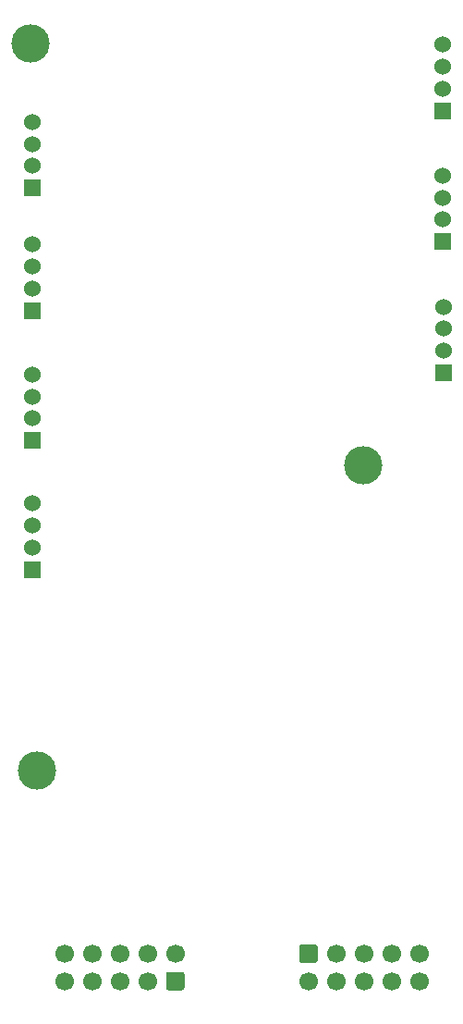
<source format=gbs>
%TF.GenerationSoftware,KiCad,Pcbnew,5.1.9+dfsg1-1*%
%TF.CreationDate,2022-02-13T09:09:29-05:00*%
%TF.ProjectId,eurorack_to_3v3,6575726f-7261-4636-9b5f-746f5f337633,1*%
%TF.SameCoordinates,Original*%
%TF.FileFunction,Soldermask,Bot*%
%TF.FilePolarity,Negative*%
%FSLAX46Y46*%
G04 Gerber Fmt 4.6, Leading zero omitted, Abs format (unit mm)*
G04 Created by KiCad (PCBNEW 5.1.9+dfsg1-1) date 2022-02-13 09:09:29*
%MOMM*%
%LPD*%
G01*
G04 APERTURE LIST*
%ADD10C,3.500000*%
%ADD11C,1.700000*%
%ADD12C,1.524000*%
%ADD13R,1.524000X1.524000*%
G04 APERTURE END LIST*
D10*
%TO.C,H3*%
X117000000Y-109900000D03*
%TD*%
%TO.C,H2*%
X146900000Y-82000000D03*
%TD*%
%TO.C,H1*%
X116400000Y-43400000D03*
%TD*%
D11*
%TO.C,J30*%
X152060000Y-129240000D03*
X149520000Y-129240000D03*
X146980000Y-129240000D03*
X144440000Y-129240000D03*
X141900000Y-129240000D03*
X152060000Y-126700000D03*
X149520000Y-126700000D03*
X146980000Y-126700000D03*
X144440000Y-126700000D03*
G36*
G01*
X141300000Y-125850000D02*
X142500000Y-125850000D01*
G75*
G02*
X142750000Y-126100000I0J-250000D01*
G01*
X142750000Y-127300000D01*
G75*
G02*
X142500000Y-127550000I-250000J0D01*
G01*
X141300000Y-127550000D01*
G75*
G02*
X141050000Y-127300000I0J250000D01*
G01*
X141050000Y-126100000D01*
G75*
G02*
X141300000Y-125850000I250000J0D01*
G01*
G37*
%TD*%
%TO.C,J25*%
X119540000Y-126660000D03*
X122080000Y-126660000D03*
X124620000Y-126660000D03*
X127160000Y-126660000D03*
X129700000Y-126660000D03*
X119540000Y-129200000D03*
X122080000Y-129200000D03*
X124620000Y-129200000D03*
X127160000Y-129200000D03*
G36*
G01*
X130300000Y-130050000D02*
X129100000Y-130050000D01*
G75*
G02*
X128850000Y-129800000I0J250000D01*
G01*
X128850000Y-128600000D01*
G75*
G02*
X129100000Y-128350000I250000J0D01*
G01*
X130300000Y-128350000D01*
G75*
G02*
X130550000Y-128600000I0J-250000D01*
G01*
X130550000Y-129800000D01*
G75*
G02*
X130300000Y-130050000I-250000J0D01*
G01*
G37*
%TD*%
D12*
%TO.C,J7*%
X154300000Y-67500000D03*
X154300000Y-69500000D03*
X154300000Y-71500000D03*
D13*
X154300000Y-73532000D03*
%TD*%
D12*
%TO.C,J6*%
X154200000Y-55500000D03*
X154200000Y-57500000D03*
X154200000Y-59500000D03*
D13*
X154200000Y-61532000D03*
%TD*%
D12*
%TO.C,J5*%
X116600000Y-73700000D03*
X116600000Y-75700000D03*
X116600000Y-77700000D03*
D13*
X116600000Y-79732000D03*
%TD*%
D12*
%TO.C,J4*%
X116600000Y-85500000D03*
X116600000Y-87500000D03*
X116600000Y-89500000D03*
D13*
X116600000Y-91532000D03*
%TD*%
D12*
%TO.C,J3*%
X116600000Y-50600000D03*
X116600000Y-52600000D03*
X116600000Y-54600000D03*
D13*
X116600000Y-56632000D03*
%TD*%
D12*
%TO.C,J2*%
X116600000Y-61800000D03*
X116600000Y-63800000D03*
X116600000Y-65800000D03*
D13*
X116600000Y-67832000D03*
%TD*%
D12*
%TO.C,J1*%
X154200000Y-43500000D03*
X154200000Y-45500000D03*
X154200000Y-47500000D03*
D13*
X154200000Y-49532000D03*
%TD*%
M02*

</source>
